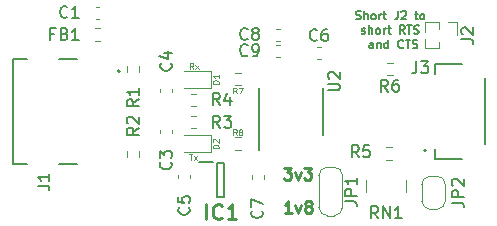
<source format=gbr>
%TF.GenerationSoftware,KiCad,Pcbnew,5.1.10-88a1d61d58~90~ubuntu20.04.1*%
%TF.CreationDate,2021-07-15T12:02:29+05:30*%
%TF.ProjectId,kimchi-uart-adapter,6b696d63-6869-42d7-9561-72742d616461,rev?*%
%TF.SameCoordinates,Original*%
%TF.FileFunction,Legend,Top*%
%TF.FilePolarity,Positive*%
%FSLAX46Y46*%
G04 Gerber Fmt 4.6, Leading zero omitted, Abs format (unit mm)*
G04 Created by KiCad (PCBNEW 5.1.10-88a1d61d58~90~ubuntu20.04.1) date 2021-07-15 12:02:29*
%MOMM*%
%LPD*%
G01*
G04 APERTURE LIST*
%ADD10C,0.175000*%
%ADD11C,0.250000*%
%ADD12C,0.125000*%
%ADD13C,0.200000*%
%ADD14C,0.127000*%
%ADD15C,0.150000*%
%ADD16C,0.120000*%
%ADD17C,0.254000*%
G04 APERTURE END LIST*
D10*
X162421013Y-92545573D02*
X162521013Y-92578906D01*
X162687680Y-92578906D01*
X162754346Y-92545573D01*
X162787680Y-92512240D01*
X162821013Y-92445573D01*
X162821013Y-92378906D01*
X162787680Y-92312240D01*
X162754346Y-92278906D01*
X162687680Y-92245573D01*
X162554346Y-92212240D01*
X162487680Y-92178906D01*
X162454346Y-92145573D01*
X162421013Y-92078906D01*
X162421013Y-92012240D01*
X162454346Y-91945573D01*
X162487680Y-91912240D01*
X162554346Y-91878906D01*
X162721013Y-91878906D01*
X162821013Y-91912240D01*
X163121013Y-92578906D02*
X163121013Y-91878906D01*
X163421013Y-92578906D02*
X163421013Y-92212240D01*
X163387680Y-92145573D01*
X163321013Y-92112240D01*
X163221013Y-92112240D01*
X163154346Y-92145573D01*
X163121013Y-92178906D01*
X163854346Y-92578906D02*
X163787680Y-92545573D01*
X163754346Y-92512240D01*
X163721013Y-92445573D01*
X163721013Y-92245573D01*
X163754346Y-92178906D01*
X163787680Y-92145573D01*
X163854346Y-92112240D01*
X163954346Y-92112240D01*
X164021013Y-92145573D01*
X164054346Y-92178906D01*
X164087680Y-92245573D01*
X164087680Y-92445573D01*
X164054346Y-92512240D01*
X164021013Y-92545573D01*
X163954346Y-92578906D01*
X163854346Y-92578906D01*
X164387680Y-92578906D02*
X164387680Y-92112240D01*
X164387680Y-92245573D02*
X164421013Y-92178906D01*
X164454346Y-92145573D01*
X164521013Y-92112240D01*
X164587680Y-92112240D01*
X164721013Y-92112240D02*
X164987680Y-92112240D01*
X164821013Y-91878906D02*
X164821013Y-92478906D01*
X164854346Y-92545573D01*
X164921013Y-92578906D01*
X164987680Y-92578906D01*
X165954346Y-91878906D02*
X165954346Y-92378906D01*
X165921013Y-92478906D01*
X165854346Y-92545573D01*
X165754346Y-92578906D01*
X165687680Y-92578906D01*
X166254346Y-91945573D02*
X166287680Y-91912240D01*
X166354346Y-91878906D01*
X166521013Y-91878906D01*
X166587680Y-91912240D01*
X166621013Y-91945573D01*
X166654346Y-92012240D01*
X166654346Y-92078906D01*
X166621013Y-92178906D01*
X166221013Y-92578906D01*
X166654346Y-92578906D01*
X167387680Y-92112240D02*
X167654346Y-92112240D01*
X167487680Y-91878906D02*
X167487680Y-92478906D01*
X167521013Y-92545573D01*
X167587680Y-92578906D01*
X167654346Y-92578906D01*
X167987680Y-92578906D02*
X167921013Y-92545573D01*
X167887680Y-92512240D01*
X167854346Y-92445573D01*
X167854346Y-92245573D01*
X167887680Y-92178906D01*
X167921013Y-92145573D01*
X167987680Y-92112240D01*
X168087680Y-92112240D01*
X168154346Y-92145573D01*
X168187680Y-92178906D01*
X168221013Y-92245573D01*
X168221013Y-92445573D01*
X168187680Y-92512240D01*
X168154346Y-92545573D01*
X168087680Y-92578906D01*
X167987680Y-92578906D01*
X162904346Y-93770573D02*
X162971013Y-93803906D01*
X163104346Y-93803906D01*
X163171013Y-93770573D01*
X163204346Y-93703906D01*
X163204346Y-93670573D01*
X163171013Y-93603906D01*
X163104346Y-93570573D01*
X163004346Y-93570573D01*
X162937680Y-93537240D01*
X162904346Y-93470573D01*
X162904346Y-93437240D01*
X162937680Y-93370573D01*
X163004346Y-93337240D01*
X163104346Y-93337240D01*
X163171013Y-93370573D01*
X163504346Y-93803906D02*
X163504346Y-93103906D01*
X163804346Y-93803906D02*
X163804346Y-93437240D01*
X163771013Y-93370573D01*
X163704346Y-93337240D01*
X163604346Y-93337240D01*
X163537680Y-93370573D01*
X163504346Y-93403906D01*
X164237680Y-93803906D02*
X164171013Y-93770573D01*
X164137680Y-93737240D01*
X164104346Y-93670573D01*
X164104346Y-93470573D01*
X164137680Y-93403906D01*
X164171013Y-93370573D01*
X164237680Y-93337240D01*
X164337680Y-93337240D01*
X164404346Y-93370573D01*
X164437680Y-93403906D01*
X164471013Y-93470573D01*
X164471013Y-93670573D01*
X164437680Y-93737240D01*
X164404346Y-93770573D01*
X164337680Y-93803906D01*
X164237680Y-93803906D01*
X164771013Y-93803906D02*
X164771013Y-93337240D01*
X164771013Y-93470573D02*
X164804346Y-93403906D01*
X164837680Y-93370573D01*
X164904346Y-93337240D01*
X164971013Y-93337240D01*
X165104346Y-93337240D02*
X165371013Y-93337240D01*
X165204346Y-93103906D02*
X165204346Y-93703906D01*
X165237680Y-93770573D01*
X165304346Y-93803906D01*
X165371013Y-93803906D01*
X166537680Y-93803906D02*
X166304346Y-93470573D01*
X166137680Y-93803906D02*
X166137680Y-93103906D01*
X166404346Y-93103906D01*
X166471013Y-93137240D01*
X166504346Y-93170573D01*
X166537680Y-93237240D01*
X166537680Y-93337240D01*
X166504346Y-93403906D01*
X166471013Y-93437240D01*
X166404346Y-93470573D01*
X166137680Y-93470573D01*
X166737680Y-93103906D02*
X167137680Y-93103906D01*
X166937680Y-93803906D02*
X166937680Y-93103906D01*
X167337680Y-93770573D02*
X167437680Y-93803906D01*
X167604346Y-93803906D01*
X167671013Y-93770573D01*
X167704346Y-93737240D01*
X167737680Y-93670573D01*
X167737680Y-93603906D01*
X167704346Y-93537240D01*
X167671013Y-93503906D01*
X167604346Y-93470573D01*
X167471013Y-93437240D01*
X167404346Y-93403906D01*
X167371013Y-93370573D01*
X167337680Y-93303906D01*
X167337680Y-93237240D01*
X167371013Y-93170573D01*
X167404346Y-93137240D01*
X167471013Y-93103906D01*
X167637680Y-93103906D01*
X167737680Y-93137240D01*
X163887680Y-95028906D02*
X163887680Y-94662240D01*
X163854346Y-94595573D01*
X163787680Y-94562240D01*
X163654346Y-94562240D01*
X163587680Y-94595573D01*
X163887680Y-94995573D02*
X163821013Y-95028906D01*
X163654346Y-95028906D01*
X163587680Y-94995573D01*
X163554346Y-94928906D01*
X163554346Y-94862240D01*
X163587680Y-94795573D01*
X163654346Y-94762240D01*
X163821013Y-94762240D01*
X163887680Y-94728906D01*
X164221013Y-94562240D02*
X164221013Y-95028906D01*
X164221013Y-94628906D02*
X164254346Y-94595573D01*
X164321013Y-94562240D01*
X164421013Y-94562240D01*
X164487680Y-94595573D01*
X164521013Y-94662240D01*
X164521013Y-95028906D01*
X165154346Y-95028906D02*
X165154346Y-94328906D01*
X165154346Y-94995573D02*
X165087680Y-95028906D01*
X164954346Y-95028906D01*
X164887680Y-94995573D01*
X164854346Y-94962240D01*
X164821013Y-94895573D01*
X164821013Y-94695573D01*
X164854346Y-94628906D01*
X164887680Y-94595573D01*
X164954346Y-94562240D01*
X165087680Y-94562240D01*
X165154346Y-94595573D01*
X166421013Y-94962240D02*
X166387680Y-94995573D01*
X166287680Y-95028906D01*
X166221013Y-95028906D01*
X166121013Y-94995573D01*
X166054346Y-94928906D01*
X166021013Y-94862240D01*
X165987680Y-94728906D01*
X165987680Y-94628906D01*
X166021013Y-94495573D01*
X166054346Y-94428906D01*
X166121013Y-94362240D01*
X166221013Y-94328906D01*
X166287680Y-94328906D01*
X166387680Y-94362240D01*
X166421013Y-94395573D01*
X166621013Y-94328906D02*
X167021013Y-94328906D01*
X166821013Y-95028906D02*
X166821013Y-94328906D01*
X167221013Y-94995573D02*
X167321013Y-95028906D01*
X167487680Y-95028906D01*
X167554346Y-94995573D01*
X167587680Y-94962240D01*
X167621013Y-94895573D01*
X167621013Y-94828906D01*
X167587680Y-94762240D01*
X167554346Y-94728906D01*
X167487680Y-94695573D01*
X167354346Y-94662240D01*
X167287680Y-94628906D01*
X167254346Y-94595573D01*
X167221013Y-94528906D01*
X167221013Y-94462240D01*
X167254346Y-94395573D01*
X167287680Y-94362240D01*
X167354346Y-94328906D01*
X167521013Y-94328906D01*
X167621013Y-94362240D01*
D11*
X156322543Y-105151940D02*
X156941591Y-105151940D01*
X156608258Y-105532893D01*
X156751115Y-105532893D01*
X156846353Y-105580512D01*
X156893972Y-105628131D01*
X156941591Y-105723369D01*
X156941591Y-105961464D01*
X156893972Y-106056702D01*
X156846353Y-106104321D01*
X156751115Y-106151940D01*
X156465400Y-106151940D01*
X156370162Y-106104321D01*
X156322543Y-106056702D01*
X157274924Y-105485274D02*
X157513020Y-106151940D01*
X157751115Y-105485274D01*
X158036829Y-105151940D02*
X158655877Y-105151940D01*
X158322543Y-105532893D01*
X158465400Y-105532893D01*
X158560639Y-105580512D01*
X158608258Y-105628131D01*
X158655877Y-105723369D01*
X158655877Y-105961464D01*
X158608258Y-106056702D01*
X158560639Y-106104321D01*
X158465400Y-106151940D01*
X158179686Y-106151940D01*
X158084448Y-106104321D01*
X158036829Y-106056702D01*
X156966991Y-108978960D02*
X156395562Y-108978960D01*
X156681277Y-108978960D02*
X156681277Y-107978960D01*
X156586039Y-108121818D01*
X156490800Y-108217056D01*
X156395562Y-108264675D01*
X157300324Y-108312294D02*
X157538420Y-108978960D01*
X157776515Y-108312294D01*
X158300324Y-108407532D02*
X158205086Y-108359913D01*
X158157467Y-108312294D01*
X158109848Y-108217056D01*
X158109848Y-108169437D01*
X158157467Y-108074199D01*
X158205086Y-108026580D01*
X158300324Y-107978960D01*
X158490800Y-107978960D01*
X158586039Y-108026580D01*
X158633658Y-108074199D01*
X158681277Y-108169437D01*
X158681277Y-108217056D01*
X158633658Y-108312294D01*
X158586039Y-108359913D01*
X158490800Y-108407532D01*
X158300324Y-108407532D01*
X158205086Y-108455151D01*
X158157467Y-108502770D01*
X158109848Y-108598008D01*
X158109848Y-108788484D01*
X158157467Y-108883722D01*
X158205086Y-108931341D01*
X158300324Y-108978960D01*
X158490800Y-108978960D01*
X158586039Y-108931341D01*
X158633658Y-108883722D01*
X158681277Y-108788484D01*
X158681277Y-108598008D01*
X158633658Y-108502770D01*
X158586039Y-108455151D01*
X158490800Y-108407532D01*
D12*
X148282861Y-104026210D02*
X148568576Y-104026210D01*
X148425719Y-104526210D02*
X148425719Y-104026210D01*
X148687623Y-104526210D02*
X148949528Y-104192877D01*
X148687623Y-104192877D02*
X148949528Y-104526210D01*
X148664300Y-96756350D02*
X148497634Y-96518255D01*
X148378586Y-96756350D02*
X148378586Y-96256350D01*
X148569062Y-96256350D01*
X148616681Y-96280160D01*
X148640491Y-96303969D01*
X148664300Y-96351588D01*
X148664300Y-96423017D01*
X148640491Y-96470636D01*
X148616681Y-96494445D01*
X148569062Y-96518255D01*
X148378586Y-96518255D01*
X148830967Y-96756350D02*
X149092872Y-96423017D01*
X148830967Y-96423017D02*
X149092872Y-96756350D01*
D13*
%TO.C,J1*%
X142450000Y-96980000D02*
G75*
G03*
X142450000Y-96980000I-100000J0D01*
G01*
D14*
X133350000Y-95910000D02*
X134580000Y-95910000D01*
X133350000Y-104850000D02*
X133350000Y-95910000D01*
X134580000Y-104850000D02*
X133350000Y-104850000D01*
X138760000Y-104850000D02*
X137320000Y-104850000D01*
X138760000Y-95910000D02*
X137320000Y-95910000D01*
D15*
%TO.C,U2*%
X154195000Y-103655000D02*
X154195000Y-98380000D01*
X159595000Y-102380000D02*
X159595000Y-98380000D01*
D16*
%TO.C,C4*%
X145860000Y-98760580D02*
X145860000Y-98479420D01*
X146880000Y-98760580D02*
X146880000Y-98479420D01*
%TO.C,RN1*%
X166670000Y-107210000D02*
X166670000Y-106210000D01*
X163310000Y-107210000D02*
X163310000Y-106210000D01*
%TO.C,J2*%
X170960000Y-92820000D02*
X170960000Y-93930000D01*
X170200000Y-92820000D02*
X170960000Y-92820000D01*
X169440000Y-94493471D02*
X169440000Y-95040000D01*
X169440000Y-92820000D02*
X169440000Y-93366529D01*
X169440000Y-95040000D02*
X168235000Y-95040000D01*
X169440000Y-92820000D02*
X168235000Y-92820000D01*
X168235000Y-94237530D02*
X168235000Y-95040000D01*
X168235000Y-92820000D02*
X168235000Y-93622470D01*
%TO.C,C1*%
X140680580Y-91500000D02*
X140399420Y-91500000D01*
X140680580Y-92520000D02*
X140399420Y-92520000D01*
%TO.C,C3*%
X145860000Y-101936940D02*
X145860000Y-102218100D01*
X146880000Y-101936940D02*
X146880000Y-102218100D01*
%TO.C,C5*%
X148410000Y-105774420D02*
X148410000Y-106055580D01*
X147390000Y-105774420D02*
X147390000Y-106055580D01*
%TO.C,C6*%
X159139420Y-95910000D02*
X159420580Y-95910000D01*
X159139420Y-94890000D02*
X159420580Y-94890000D01*
%TO.C,C7*%
X153580000Y-105779420D02*
X153580000Y-106060580D01*
X154600000Y-105779420D02*
X154600000Y-106060580D01*
%TO.C,C8*%
X155950580Y-93370000D02*
X155669420Y-93370000D01*
X155950580Y-94390000D02*
X155669420Y-94390000D01*
%TO.C,C9*%
X155950580Y-95750000D02*
X155669420Y-95750000D01*
X155950580Y-94730000D02*
X155669420Y-94730000D01*
%TO.C,D1*%
X147860000Y-98395000D02*
X150145000Y-98395000D01*
X150145000Y-98395000D02*
X150145000Y-96925000D01*
X150145000Y-96925000D02*
X147860000Y-96925000D01*
%TO.C,D2*%
X150145000Y-102365000D02*
X147860000Y-102365000D01*
X150145000Y-103835000D02*
X150145000Y-102365000D01*
X147860000Y-103835000D02*
X150145000Y-103835000D01*
%TO.C,FB1*%
X140777258Y-93357500D02*
X140302742Y-93357500D01*
X140777258Y-94402500D02*
X140302742Y-94402500D01*
D13*
%TO.C,IC1*%
X150680000Y-104740000D02*
X151280000Y-104740000D01*
X151280000Y-104740000D02*
X151280000Y-107640000D01*
X151280000Y-107640000D02*
X150680000Y-107640000D01*
X150680000Y-107640000D02*
X150680000Y-104740000D01*
X149130000Y-104690000D02*
X150330000Y-104690000D01*
%TO.C,J3*%
X168370000Y-103680000D02*
G75*
G03*
X168370000Y-103680000I-100000J0D01*
G01*
D14*
X173345000Y-103180000D02*
X173345000Y-97580000D01*
X169095000Y-96380000D02*
X171370000Y-96380000D01*
X169095000Y-97180000D02*
X169095000Y-96380000D01*
X169095000Y-104380000D02*
X171370000Y-104380000D01*
X169095000Y-103580000D02*
X169095000Y-104380000D01*
D16*
%TO.C,JP1*%
X159280000Y-108550000D02*
X159280000Y-105750000D01*
X159980000Y-105100000D02*
X160580000Y-105100000D01*
X161280000Y-105750000D02*
X161280000Y-108550000D01*
X160580000Y-109200000D02*
X159980000Y-109200000D01*
X159280000Y-105800000D02*
G75*
G02*
X159980000Y-105100000I700000J0D01*
G01*
X160580000Y-105100000D02*
G75*
G02*
X161280000Y-105800000I0J-700000D01*
G01*
X161280000Y-108500000D02*
G75*
G02*
X160580000Y-109200000I-700000J0D01*
G01*
X159980000Y-109200000D02*
G75*
G02*
X159280000Y-108500000I0J700000D01*
G01*
%TO.C,JP2*%
X167990000Y-107960000D02*
X167990000Y-106560000D01*
X168690000Y-105860000D02*
X169290000Y-105860000D01*
X169990000Y-106560000D02*
X169990000Y-107960000D01*
X169290000Y-108660000D02*
X168690000Y-108660000D01*
X167990000Y-106560000D02*
G75*
G02*
X168690000Y-105860000I700000J0D01*
G01*
X169290000Y-105860000D02*
G75*
G02*
X169990000Y-106560000I0J-700000D01*
G01*
X169990000Y-107960000D02*
G75*
G02*
X169290000Y-108660000I-700000J0D01*
G01*
X168690000Y-108660000D02*
G75*
G02*
X167990000Y-107960000I0J700000D01*
G01*
%TO.C,R1*%
X144092500Y-97002258D02*
X144092500Y-96527742D01*
X143047500Y-97002258D02*
X143047500Y-96527742D01*
%TO.C,R2*%
X144092500Y-103752742D02*
X144092500Y-104227258D01*
X143047500Y-103752742D02*
X143047500Y-104227258D01*
%TO.C,R3*%
X148907258Y-101824166D02*
X148432742Y-101824166D01*
X148907258Y-100779166D02*
X148432742Y-100779166D01*
%TO.C,R4*%
X148887258Y-99915833D02*
X148412742Y-99915833D01*
X148887258Y-98870833D02*
X148412742Y-98870833D01*
%TO.C,R5*%
X165472258Y-103425832D02*
X164997742Y-103425832D01*
X165472258Y-104470832D02*
X164997742Y-104470832D01*
%TO.C,R6*%
X165527258Y-96289166D02*
X165052742Y-96289166D01*
X165527258Y-97334166D02*
X165052742Y-97334166D01*
%TO.C,R7*%
X152647258Y-98182500D02*
X152172742Y-98182500D01*
X152647258Y-97137500D02*
X152172742Y-97137500D01*
%TO.C,R8*%
X152182742Y-103622500D02*
X152657258Y-103622500D01*
X152182742Y-102577500D02*
X152657258Y-102577500D01*
%TO.C,J1*%
D15*
X135466840Y-106667893D02*
X136181126Y-106667893D01*
X136323983Y-106715512D01*
X136419221Y-106810750D01*
X136466840Y-106953607D01*
X136466840Y-107048845D01*
X136466840Y-105667893D02*
X136466840Y-106239321D01*
X136466840Y-105953607D02*
X135466840Y-105953607D01*
X135609698Y-106048845D01*
X135704936Y-106144083D01*
X135752555Y-106239321D01*
%TO.C,U2*%
X160059120Y-98605244D02*
X160868644Y-98605244D01*
X160963882Y-98557625D01*
X161011501Y-98510006D01*
X161059120Y-98414768D01*
X161059120Y-98224292D01*
X161011501Y-98129054D01*
X160963882Y-98081435D01*
X160868644Y-98033816D01*
X160059120Y-98033816D01*
X160154359Y-97605244D02*
X160106740Y-97557625D01*
X160059120Y-97462387D01*
X160059120Y-97224292D01*
X160106740Y-97129054D01*
X160154359Y-97081435D01*
X160249597Y-97033816D01*
X160344835Y-97033816D01*
X160487692Y-97081435D01*
X161059120Y-97652863D01*
X161059120Y-97033816D01*
%TO.C,C4*%
X146734802Y-96298046D02*
X146782421Y-96345665D01*
X146830040Y-96488522D01*
X146830040Y-96583760D01*
X146782421Y-96726618D01*
X146687183Y-96821856D01*
X146591945Y-96869475D01*
X146401469Y-96917094D01*
X146258612Y-96917094D01*
X146068136Y-96869475D01*
X145972898Y-96821856D01*
X145877660Y-96726618D01*
X145830040Y-96583760D01*
X145830040Y-96488522D01*
X145877660Y-96345665D01*
X145925279Y-96298046D01*
X146163374Y-95440903D02*
X146830040Y-95440903D01*
X145782421Y-95678999D02*
X146496707Y-95917094D01*
X146496707Y-95298046D01*
%TO.C,RN1*%
X164302843Y-109420920D02*
X163969510Y-108944730D01*
X163731415Y-109420920D02*
X163731415Y-108420920D01*
X164112367Y-108420920D01*
X164207605Y-108468540D01*
X164255224Y-108516159D01*
X164302843Y-108611397D01*
X164302843Y-108754254D01*
X164255224Y-108849492D01*
X164207605Y-108897111D01*
X164112367Y-108944730D01*
X163731415Y-108944730D01*
X164731415Y-109420920D02*
X164731415Y-108420920D01*
X165302843Y-109420920D01*
X165302843Y-108420920D01*
X166302843Y-109420920D02*
X165731415Y-109420920D01*
X166017129Y-109420920D02*
X166017129Y-108420920D01*
X165921891Y-108563778D01*
X165826653Y-108659016D01*
X165731415Y-108706635D01*
%TO.C,J2*%
X171347380Y-94263333D02*
X172061666Y-94263333D01*
X172204523Y-94310952D01*
X172299761Y-94406190D01*
X172347380Y-94549047D01*
X172347380Y-94644285D01*
X171442619Y-93834761D02*
X171395000Y-93787142D01*
X171347380Y-93691904D01*
X171347380Y-93453809D01*
X171395000Y-93358571D01*
X171442619Y-93310952D01*
X171537857Y-93263333D01*
X171633095Y-93263333D01*
X171775952Y-93310952D01*
X172347380Y-93882380D01*
X172347380Y-93263333D01*
%TO.C,C1*%
X137981393Y-92355942D02*
X137933774Y-92403561D01*
X137790917Y-92451180D01*
X137695679Y-92451180D01*
X137552821Y-92403561D01*
X137457583Y-92308323D01*
X137409964Y-92213085D01*
X137362345Y-92022609D01*
X137362345Y-91879752D01*
X137409964Y-91689276D01*
X137457583Y-91594038D01*
X137552821Y-91498800D01*
X137695679Y-91451180D01*
X137790917Y-91451180D01*
X137933774Y-91498800D01*
X137981393Y-91546419D01*
X138933774Y-92451180D02*
X138362345Y-92451180D01*
X138648060Y-92451180D02*
X138648060Y-91451180D01*
X138552821Y-91594038D01*
X138457583Y-91689276D01*
X138362345Y-91736895D01*
%TO.C,C3*%
X146727182Y-104672426D02*
X146774801Y-104720045D01*
X146822420Y-104862902D01*
X146822420Y-104958140D01*
X146774801Y-105100998D01*
X146679563Y-105196236D01*
X146584325Y-105243855D01*
X146393849Y-105291474D01*
X146250992Y-105291474D01*
X146060516Y-105243855D01*
X145965278Y-105196236D01*
X145870040Y-105100998D01*
X145822420Y-104958140D01*
X145822420Y-104862902D01*
X145870040Y-104720045D01*
X145917659Y-104672426D01*
X145822420Y-104339093D02*
X145822420Y-103720045D01*
X146203373Y-104053379D01*
X146203373Y-103910521D01*
X146250992Y-103815283D01*
X146298611Y-103767664D01*
X146393849Y-103720045D01*
X146631944Y-103720045D01*
X146727182Y-103767664D01*
X146774801Y-103815283D01*
X146822420Y-103910521D01*
X146822420Y-104196236D01*
X146774801Y-104291474D01*
X146727182Y-104339093D01*
%TO.C,C5*%
X148253722Y-108497666D02*
X148301341Y-108545285D01*
X148348960Y-108688142D01*
X148348960Y-108783380D01*
X148301341Y-108926238D01*
X148206103Y-109021476D01*
X148110865Y-109069095D01*
X147920389Y-109116714D01*
X147777532Y-109116714D01*
X147587056Y-109069095D01*
X147491818Y-109021476D01*
X147396580Y-108926238D01*
X147348960Y-108783380D01*
X147348960Y-108688142D01*
X147396580Y-108545285D01*
X147444199Y-108497666D01*
X147348960Y-107592904D02*
X147348960Y-108069095D01*
X147825151Y-108116714D01*
X147777532Y-108069095D01*
X147729913Y-107973857D01*
X147729913Y-107735761D01*
X147777532Y-107640523D01*
X147825151Y-107592904D01*
X147920389Y-107545285D01*
X148158484Y-107545285D01*
X148253722Y-107592904D01*
X148301341Y-107640523D01*
X148348960Y-107735761D01*
X148348960Y-107973857D01*
X148301341Y-108069095D01*
X148253722Y-108116714D01*
%TO.C,C6*%
X159113333Y-94327142D02*
X159065714Y-94374761D01*
X158922857Y-94422380D01*
X158827619Y-94422380D01*
X158684761Y-94374761D01*
X158589523Y-94279523D01*
X158541904Y-94184285D01*
X158494285Y-93993809D01*
X158494285Y-93850952D01*
X158541904Y-93660476D01*
X158589523Y-93565238D01*
X158684761Y-93470000D01*
X158827619Y-93422380D01*
X158922857Y-93422380D01*
X159065714Y-93470000D01*
X159113333Y-93517619D01*
X159970476Y-93422380D02*
X159780000Y-93422380D01*
X159684761Y-93470000D01*
X159637142Y-93517619D01*
X159541904Y-93660476D01*
X159494285Y-93850952D01*
X159494285Y-94231904D01*
X159541904Y-94327142D01*
X159589523Y-94374761D01*
X159684761Y-94422380D01*
X159875238Y-94422380D01*
X159970476Y-94374761D01*
X160018095Y-94327142D01*
X160065714Y-94231904D01*
X160065714Y-93993809D01*
X160018095Y-93898571D01*
X159970476Y-93850952D01*
X159875238Y-93803333D01*
X159684761Y-93803333D01*
X159589523Y-93850952D01*
X159541904Y-93898571D01*
X159494285Y-93993809D01*
%TO.C,C7*%
X154448782Y-108787226D02*
X154496401Y-108834845D01*
X154544020Y-108977702D01*
X154544020Y-109072940D01*
X154496401Y-109215798D01*
X154401163Y-109311036D01*
X154305925Y-109358655D01*
X154115449Y-109406274D01*
X153972592Y-109406274D01*
X153782116Y-109358655D01*
X153686878Y-109311036D01*
X153591640Y-109215798D01*
X153544020Y-109072940D01*
X153544020Y-108977702D01*
X153591640Y-108834845D01*
X153639259Y-108787226D01*
X153544020Y-108453893D02*
X153544020Y-107787226D01*
X154544020Y-108215798D01*
%TO.C,C8*%
X153241713Y-94235542D02*
X153194094Y-94283161D01*
X153051237Y-94330780D01*
X152955999Y-94330780D01*
X152813141Y-94283161D01*
X152717903Y-94187923D01*
X152670284Y-94092685D01*
X152622665Y-93902209D01*
X152622665Y-93759352D01*
X152670284Y-93568876D01*
X152717903Y-93473638D01*
X152813141Y-93378400D01*
X152955999Y-93330780D01*
X153051237Y-93330780D01*
X153194094Y-93378400D01*
X153241713Y-93426019D01*
X153813141Y-93759352D02*
X153717903Y-93711733D01*
X153670284Y-93664114D01*
X153622665Y-93568876D01*
X153622665Y-93521257D01*
X153670284Y-93426019D01*
X153717903Y-93378400D01*
X153813141Y-93330780D01*
X154003618Y-93330780D01*
X154098856Y-93378400D01*
X154146475Y-93426019D01*
X154194094Y-93521257D01*
X154194094Y-93568876D01*
X154146475Y-93664114D01*
X154098856Y-93711733D01*
X154003618Y-93759352D01*
X153813141Y-93759352D01*
X153717903Y-93806971D01*
X153670284Y-93854590D01*
X153622665Y-93949828D01*
X153622665Y-94140304D01*
X153670284Y-94235542D01*
X153717903Y-94283161D01*
X153813141Y-94330780D01*
X154003618Y-94330780D01*
X154098856Y-94283161D01*
X154146475Y-94235542D01*
X154194094Y-94140304D01*
X154194094Y-93949828D01*
X154146475Y-93854590D01*
X154098856Y-93806971D01*
X154003618Y-93759352D01*
%TO.C,C9*%
X153239173Y-95599522D02*
X153191554Y-95647141D01*
X153048697Y-95694760D01*
X152953459Y-95694760D01*
X152810601Y-95647141D01*
X152715363Y-95551903D01*
X152667744Y-95456665D01*
X152620125Y-95266189D01*
X152620125Y-95123332D01*
X152667744Y-94932856D01*
X152715363Y-94837618D01*
X152810601Y-94742380D01*
X152953459Y-94694760D01*
X153048697Y-94694760D01*
X153191554Y-94742380D01*
X153239173Y-94789999D01*
X153715363Y-95694760D02*
X153905840Y-95694760D01*
X154001078Y-95647141D01*
X154048697Y-95599522D01*
X154143935Y-95456665D01*
X154191554Y-95266189D01*
X154191554Y-94885237D01*
X154143935Y-94789999D01*
X154096316Y-94742380D01*
X154001078Y-94694760D01*
X153810601Y-94694760D01*
X153715363Y-94742380D01*
X153667744Y-94789999D01*
X153620125Y-94885237D01*
X153620125Y-95123332D01*
X153667744Y-95218570D01*
X153715363Y-95266189D01*
X153810601Y-95313808D01*
X154001078Y-95313808D01*
X154096316Y-95266189D01*
X154143935Y-95218570D01*
X154191554Y-95123332D01*
%TO.C,D1*%
D12*
X150805010Y-98029507D02*
X150305010Y-98029507D01*
X150305010Y-97910460D01*
X150328820Y-97839031D01*
X150376439Y-97791412D01*
X150424058Y-97767602D01*
X150519296Y-97743793D01*
X150590724Y-97743793D01*
X150685962Y-97767602D01*
X150733581Y-97791412D01*
X150781200Y-97839031D01*
X150805010Y-97910460D01*
X150805010Y-98029507D01*
X150805010Y-97267602D02*
X150805010Y-97553317D01*
X150805010Y-97410460D02*
X150305010Y-97410460D01*
X150376439Y-97458079D01*
X150424058Y-97505698D01*
X150447867Y-97553317D01*
%TO.C,D2*%
X150805010Y-103470187D02*
X150305010Y-103470187D01*
X150305010Y-103351140D01*
X150328820Y-103279711D01*
X150376439Y-103232092D01*
X150424058Y-103208282D01*
X150519296Y-103184473D01*
X150590724Y-103184473D01*
X150685962Y-103208282D01*
X150733581Y-103232092D01*
X150781200Y-103279711D01*
X150805010Y-103351140D01*
X150805010Y-103470187D01*
X150352629Y-102993997D02*
X150328820Y-102970187D01*
X150305010Y-102922568D01*
X150305010Y-102803520D01*
X150328820Y-102755901D01*
X150352629Y-102732092D01*
X150400248Y-102708282D01*
X150447867Y-102708282D01*
X150519296Y-102732092D01*
X150805010Y-103017806D01*
X150805010Y-102708282D01*
%TO.C,FB1*%
D15*
X136890546Y-93812051D02*
X136557213Y-93812051D01*
X136557213Y-94335860D02*
X136557213Y-93335860D01*
X137033403Y-93335860D01*
X137747689Y-93812051D02*
X137890546Y-93859670D01*
X137938165Y-93907289D01*
X137985784Y-94002527D01*
X137985784Y-94145384D01*
X137938165Y-94240622D01*
X137890546Y-94288241D01*
X137795308Y-94335860D01*
X137414356Y-94335860D01*
X137414356Y-93335860D01*
X137747689Y-93335860D01*
X137842927Y-93383480D01*
X137890546Y-93431099D01*
X137938165Y-93526337D01*
X137938165Y-93621575D01*
X137890546Y-93716813D01*
X137842927Y-93764432D01*
X137747689Y-93812051D01*
X137414356Y-93812051D01*
X138938165Y-94335860D02*
X138366737Y-94335860D01*
X138652451Y-94335860D02*
X138652451Y-93335860D01*
X138557213Y-93478718D01*
X138461975Y-93573956D01*
X138366737Y-93621575D01*
%TO.C,IC1*%
D17*
X149745458Y-109497343D02*
X149745458Y-108227343D01*
X151075934Y-109376391D02*
X151015458Y-109436867D01*
X150834029Y-109497343D01*
X150713077Y-109497343D01*
X150531648Y-109436867D01*
X150410696Y-109315915D01*
X150350220Y-109194962D01*
X150289743Y-108953058D01*
X150289743Y-108771629D01*
X150350220Y-108529724D01*
X150410696Y-108408772D01*
X150531648Y-108287820D01*
X150713077Y-108227343D01*
X150834029Y-108227343D01*
X151015458Y-108287820D01*
X151075934Y-108348296D01*
X152285458Y-109497343D02*
X151559743Y-109497343D01*
X151922600Y-109497343D02*
X151922600Y-108227343D01*
X151801648Y-108408772D01*
X151680696Y-108529724D01*
X151559743Y-108590200D01*
%TO.C,J3*%
D15*
X167545426Y-96145100D02*
X167545426Y-96859386D01*
X167497807Y-97002243D01*
X167402569Y-97097481D01*
X167259712Y-97145100D01*
X167164474Y-97145100D01*
X167926379Y-96145100D02*
X168545426Y-96145100D01*
X168212093Y-96526053D01*
X168354950Y-96526053D01*
X168450188Y-96573672D01*
X168497807Y-96621291D01*
X168545426Y-96716529D01*
X168545426Y-96954624D01*
X168497807Y-97049862D01*
X168450188Y-97097481D01*
X168354950Y-97145100D01*
X168069236Y-97145100D01*
X167973998Y-97097481D01*
X167926379Y-97049862D01*
%TO.C,JP1*%
X161496760Y-107983233D02*
X162211046Y-107983233D01*
X162353903Y-108030852D01*
X162449141Y-108126090D01*
X162496760Y-108268947D01*
X162496760Y-108364185D01*
X162496760Y-107507042D02*
X161496760Y-107507042D01*
X161496760Y-107126090D01*
X161544380Y-107030852D01*
X161591999Y-106983233D01*
X161687237Y-106935614D01*
X161830094Y-106935614D01*
X161925332Y-106983233D01*
X161972951Y-107030852D01*
X162020570Y-107126090D01*
X162020570Y-107507042D01*
X162496760Y-105983233D02*
X162496760Y-106554661D01*
X162496760Y-106268947D02*
X161496760Y-106268947D01*
X161639618Y-106364185D01*
X161734856Y-106459423D01*
X161782475Y-106554661D01*
%TO.C,JP2*%
X170544240Y-108093333D02*
X171258526Y-108093333D01*
X171401383Y-108140952D01*
X171496621Y-108236190D01*
X171544240Y-108379047D01*
X171544240Y-108474285D01*
X171544240Y-107617142D02*
X170544240Y-107617142D01*
X170544240Y-107236190D01*
X170591860Y-107140952D01*
X170639479Y-107093333D01*
X170734717Y-107045714D01*
X170877574Y-107045714D01*
X170972812Y-107093333D01*
X171020431Y-107140952D01*
X171068050Y-107236190D01*
X171068050Y-107617142D01*
X170639479Y-106664761D02*
X170591860Y-106617142D01*
X170544240Y-106521904D01*
X170544240Y-106283809D01*
X170591860Y-106188571D01*
X170639479Y-106140952D01*
X170734717Y-106093333D01*
X170829955Y-106093333D01*
X170972812Y-106140952D01*
X171544240Y-106712380D01*
X171544240Y-106093333D01*
%TO.C,R1*%
X144023340Y-99361286D02*
X143547150Y-99694620D01*
X144023340Y-99932715D02*
X143023340Y-99932715D01*
X143023340Y-99551762D01*
X143070960Y-99456524D01*
X143118579Y-99408905D01*
X143213817Y-99361286D01*
X143356674Y-99361286D01*
X143451912Y-99408905D01*
X143499531Y-99456524D01*
X143547150Y-99551762D01*
X143547150Y-99932715D01*
X144023340Y-98408905D02*
X144023340Y-98980334D01*
X144023340Y-98694620D02*
X143023340Y-98694620D01*
X143166198Y-98789858D01*
X143261436Y-98885096D01*
X143309055Y-98980334D01*
%TO.C,R2*%
X144025880Y-101766666D02*
X143549690Y-102100000D01*
X144025880Y-102338095D02*
X143025880Y-102338095D01*
X143025880Y-101957142D01*
X143073500Y-101861904D01*
X143121119Y-101814285D01*
X143216357Y-101766666D01*
X143359214Y-101766666D01*
X143454452Y-101814285D01*
X143502071Y-101861904D01*
X143549690Y-101957142D01*
X143549690Y-102338095D01*
X143121119Y-101385714D02*
X143073500Y-101338095D01*
X143025880Y-101242857D01*
X143025880Y-101004761D01*
X143073500Y-100909523D01*
X143121119Y-100861904D01*
X143216357Y-100814285D01*
X143311595Y-100814285D01*
X143454452Y-100861904D01*
X144025880Y-101433333D01*
X144025880Y-100814285D01*
%TO.C,R3*%
X150912533Y-101752660D02*
X150579200Y-101276470D01*
X150341104Y-101752660D02*
X150341104Y-100752660D01*
X150722057Y-100752660D01*
X150817295Y-100800280D01*
X150864914Y-100847899D01*
X150912533Y-100943137D01*
X150912533Y-101085994D01*
X150864914Y-101181232D01*
X150817295Y-101228851D01*
X150722057Y-101276470D01*
X150341104Y-101276470D01*
X151245866Y-100752660D02*
X151864914Y-100752660D01*
X151531580Y-101133613D01*
X151674438Y-101133613D01*
X151769676Y-101181232D01*
X151817295Y-101228851D01*
X151864914Y-101324089D01*
X151864914Y-101562184D01*
X151817295Y-101657422D01*
X151769676Y-101705041D01*
X151674438Y-101752660D01*
X151388723Y-101752660D01*
X151293485Y-101705041D01*
X151245866Y-101657422D01*
%TO.C,R4*%
X150892213Y-99842580D02*
X150558880Y-99366390D01*
X150320784Y-99842580D02*
X150320784Y-98842580D01*
X150701737Y-98842580D01*
X150796975Y-98890200D01*
X150844594Y-98937819D01*
X150892213Y-99033057D01*
X150892213Y-99175914D01*
X150844594Y-99271152D01*
X150796975Y-99318771D01*
X150701737Y-99366390D01*
X150320784Y-99366390D01*
X151749356Y-99175914D02*
X151749356Y-99842580D01*
X151511260Y-98794961D02*
X151273165Y-99509247D01*
X151892213Y-99509247D01*
%TO.C,R5*%
X162657493Y-104257100D02*
X162324160Y-103780910D01*
X162086064Y-104257100D02*
X162086064Y-103257100D01*
X162467017Y-103257100D01*
X162562255Y-103304720D01*
X162609874Y-103352339D01*
X162657493Y-103447577D01*
X162657493Y-103590434D01*
X162609874Y-103685672D01*
X162562255Y-103733291D01*
X162467017Y-103780910D01*
X162086064Y-103780910D01*
X163562255Y-103257100D02*
X163086064Y-103257100D01*
X163038445Y-103733291D01*
X163086064Y-103685672D01*
X163181302Y-103638053D01*
X163419398Y-103638053D01*
X163514636Y-103685672D01*
X163562255Y-103733291D01*
X163609874Y-103828529D01*
X163609874Y-104066624D01*
X163562255Y-104161862D01*
X163514636Y-104209481D01*
X163419398Y-104257100D01*
X163181302Y-104257100D01*
X163086064Y-104209481D01*
X163038445Y-104161862D01*
%TO.C,R6*%
X165123333Y-98694046D02*
X164790000Y-98217856D01*
X164551904Y-98694046D02*
X164551904Y-97694046D01*
X164932857Y-97694046D01*
X165028095Y-97741666D01*
X165075714Y-97789285D01*
X165123333Y-97884523D01*
X165123333Y-98027380D01*
X165075714Y-98122618D01*
X165028095Y-98170237D01*
X164932857Y-98217856D01*
X164551904Y-98217856D01*
X165980476Y-97694046D02*
X165790000Y-97694046D01*
X165694761Y-97741666D01*
X165647142Y-97789285D01*
X165551904Y-97932142D01*
X165504285Y-98122618D01*
X165504285Y-98503570D01*
X165551904Y-98598808D01*
X165599523Y-98646427D01*
X165694761Y-98694046D01*
X165885238Y-98694046D01*
X165980476Y-98646427D01*
X166028095Y-98598808D01*
X166075714Y-98503570D01*
X166075714Y-98265475D01*
X166028095Y-98170237D01*
X165980476Y-98122618D01*
X165885238Y-98074999D01*
X165694761Y-98074999D01*
X165599523Y-98122618D01*
X165551904Y-98170237D01*
X165504285Y-98265475D01*
%TO.C,R7*%
D12*
X152324286Y-98856930D02*
X152157620Y-98618835D01*
X152038572Y-98856930D02*
X152038572Y-98356930D01*
X152229048Y-98356930D01*
X152276667Y-98380740D01*
X152300477Y-98404549D01*
X152324286Y-98452168D01*
X152324286Y-98523597D01*
X152300477Y-98571216D01*
X152276667Y-98595025D01*
X152229048Y-98618835D01*
X152038572Y-98618835D01*
X152490953Y-98356930D02*
X152824286Y-98356930D01*
X152610000Y-98856930D01*
%TO.C,R8*%
X152334446Y-102397690D02*
X152167780Y-102159595D01*
X152048732Y-102397690D02*
X152048732Y-101897690D01*
X152239208Y-101897690D01*
X152286827Y-101921500D01*
X152310637Y-101945309D01*
X152334446Y-101992928D01*
X152334446Y-102064357D01*
X152310637Y-102111976D01*
X152286827Y-102135785D01*
X152239208Y-102159595D01*
X152048732Y-102159595D01*
X152620160Y-102111976D02*
X152572541Y-102088166D01*
X152548732Y-102064357D01*
X152524922Y-102016738D01*
X152524922Y-101992928D01*
X152548732Y-101945309D01*
X152572541Y-101921500D01*
X152620160Y-101897690D01*
X152715399Y-101897690D01*
X152763018Y-101921500D01*
X152786827Y-101945309D01*
X152810637Y-101992928D01*
X152810637Y-102016738D01*
X152786827Y-102064357D01*
X152763018Y-102088166D01*
X152715399Y-102111976D01*
X152620160Y-102111976D01*
X152572541Y-102135785D01*
X152548732Y-102159595D01*
X152524922Y-102207214D01*
X152524922Y-102302452D01*
X152548732Y-102350071D01*
X152572541Y-102373880D01*
X152620160Y-102397690D01*
X152715399Y-102397690D01*
X152763018Y-102373880D01*
X152786827Y-102350071D01*
X152810637Y-102302452D01*
X152810637Y-102207214D01*
X152786827Y-102159595D01*
X152763018Y-102135785D01*
X152715399Y-102111976D01*
%TD*%
M02*

</source>
